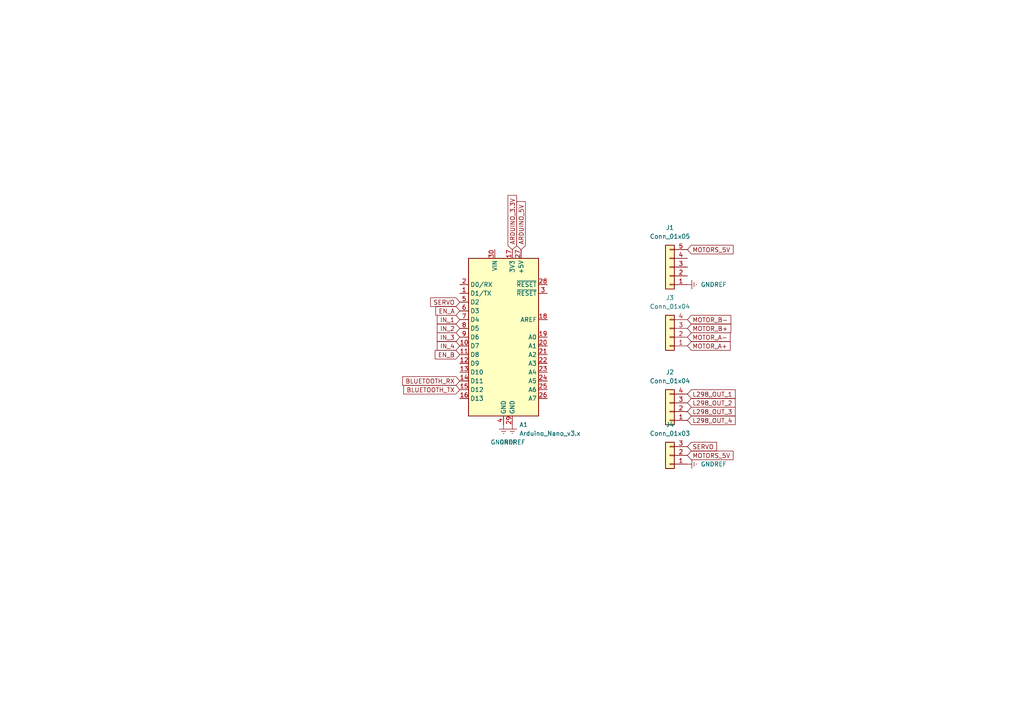
<source format=kicad_sch>
(kicad_sch (version 20211123) (generator eeschema)
  (paper "A4")
  (lib_symbols
    (symbol "Connector_Generic:Conn_01x03" (pin_names (offset 1.016) hide)
      (property "Reference" "J" (at 0 5.08 0))
      (property "Value" "Conn_01x03" (at 0 -5.08 0))
      (symbol "Conn_01x03_1_1"
        (rectangle (start -1.27 -2.413) (end 0 -2.667) (stroke (width 0.1524)))
        (rectangle (start -1.27 0.127) (end 0 -0.127) (stroke (width 0.1524)))
        (rectangle (start -1.27 2.667) (end 0 2.413) (stroke (width 0.1524)))
        (rectangle (start -1.27 3.81) (end 1.27 -3.81) (stroke (width 0.254)) (fill (type background)))
        (pin passive line (at -5.08 2.54 0) (length 3.81) (name "Pin_1") (number "1"))
        (pin passive line (at -5.08 0 0) (length 3.81) (name "Pin_2") (number "2"))
        (pin passive line (at -5.08 -2.54 0) (length 3.81) (name "Pin_3") (number "3"))
      )
    )
    (symbol "Connector_Generic:Conn_01x04" (pin_names (offset 1.016) hide)
      (property "Reference" "J" (at 0 5.08 0))
      (property "Value" "Conn_01x04" (at 0 -7.62 0))
      (symbol "Conn_01x04_1_1"
        (rectangle (start -1.27 -4.953) (end 0 -5.207) (stroke (width 0.1524)))
        (rectangle (start -1.27 -2.413) (end 0 -2.667) (stroke (width 0.1524)))
        (rectangle (start -1.27 0.127) (end 0 -0.127) (stroke (width 0.1524)))
        (rectangle (start -1.27 2.667) (end 0 2.413) (stroke (width 0.1524)))
        (rectangle (start -1.27 3.81) (end 1.27 -6.35) (stroke (width 0.254)) (fill (type background)))
        (pin passive line (at -5.08 2.54 0) (length 3.81) (name "Pin_1") (number "1"))
        (pin passive line (at -5.08 0 0) (length 3.81) (name "Pin_2") (number "2"))
        (pin passive line (at -5.08 -2.54 0) (length 3.81) (name "Pin_3") (number "3"))
        (pin passive line (at -5.08 -5.08 0) (length 3.81) (name "Pin_4") (number "4"))
      )
    )
    (symbol "Connector_Generic:Conn_01x05" (pin_names (offset 1.016) hide)
      (property "Reference" "J" (at 0 7.62 0))
      (property "Value" "Conn_01x05" (at 0 -7.62 0))
      (symbol "Conn_01x05_1_1"
        (rectangle (start -1.27 -4.953) (end 0 -5.207) (stroke (width 0.1524)))
        (rectangle (start -1.27 -2.413) (end 0 -2.667) (stroke (width 0.1524)))
        (rectangle (start -1.27 0.127) (end 0 -0.127) (stroke (width 0.1524)))
        (rectangle (start -1.27 2.667) (end 0 2.413) (stroke (width 0.1524)))
        (rectangle (start -1.27 5.207) (end 0 4.953) (stroke (width 0.1524)))
        (rectangle (start -1.27 6.35) (end 1.27 -6.35) (stroke (width 0.254)) (fill (type background)))
        (pin passive line (at -5.08 5.08 0) (length 3.81) (name "Pin_1") (number "1"))
        (pin passive line (at -5.08 2.54 0) (length 3.81) (name "Pin_2") (number "2"))
        (pin passive line (at -5.08 0 0) (length 3.81) (name "Pin_3") (number "3"))
        (pin passive line (at -5.08 -2.54 0) (length 3.81) (name "Pin_4") (number "4"))
        (pin passive line (at -5.08 -5.08 0) (length 3.81) (name "Pin_5") (number "5"))
      )
    )
    (symbol "MCU_Module:Arduino_Nano_v3.x"
      (property "Reference" "A" (at -10.16 23.495 0))
      (property "Value" "Arduino_Nano_v3.x" (at 5.08 -24.13 0))
      (symbol "Arduino_Nano_v3.x_0_1"
        (rectangle (start -10.16 22.86) (end 10.16 -22.86) (stroke (width 0.254)) (fill (type background)))
      )
      (symbol "Arduino_Nano_v3.x_1_1"
        (pin bidirectional line (at -12.7 12.7 0) (length 2.54) (name "D1/TX") (number "1"))
        (pin bidirectional line (at -12.7 -2.54 0) (length 2.54) (name "D7") (number "10"))
        (pin bidirectional line (at -12.7 -5.08 0) (length 2.54) (name "D8") (number "11"))
        (pin bidirectional line (at -12.7 -7.62 0) (length 2.54) (name "D9") (number "12"))
        (pin bidirectional line (at -12.7 -10.16 0) (length 2.54) (name "D10") (number "13"))
        (pin bidirectional line (at -12.7 -12.7 0) (length 2.54) (name "D11") (number "14"))
        (pin bidirectional line (at -12.7 -15.24 0) (length 2.54) (name "D12") (number "15"))
        (pin bidirectional line (at -12.7 -17.78 0) (length 2.54) (name "D13") (number "16"))
        (pin power_out line (at 2.54 25.4 270) (length 2.54) (name "3V3") (number "17"))
        (pin input line (at 12.7 5.08 180) (length 2.54) (name "AREF") (number "18"))
        (pin bidirectional line (at 12.7 0 180) (length 2.54) (name "A0") (number "19"))
        (pin bidirectional line (at -12.7 15.24 0) (length 2.54) (name "D0/RX") (number "2"))
        (pin bidirectional line (at 12.7 -2.54 180) (length 2.54) (name "A1") (number "20"))
        (pin bidirectional line (at 12.7 -5.08 180) (length 2.54) (name "A2") (number "21"))
        (pin bidirectional line (at 12.7 -7.62 180) (length 2.54) (name "A3") (number "22"))
        (pin bidirectional line (at 12.7 -10.16 180) (length 2.54) (name "A4") (number "23"))
        (pin bidirectional line (at 12.7 -12.7 180) (length 2.54) (name "A5") (number "24"))
        (pin bidirectional line (at 12.7 -15.24 180) (length 2.54) (name "A6") (number "25"))
        (pin bidirectional line (at 12.7 -17.78 180) (length 2.54) (name "A7") (number "26"))
        (pin power_out line (at 5.08 25.4 270) (length 2.54) (name "+5V") (number "27"))
        (pin input line (at 12.7 15.24 180) (length 2.54) (name "~{RESET}") (number "28"))
        (pin power_in line (at 2.54 -25.4 90) (length 2.54) (name "GND") (number "29"))
        (pin input line (at 12.7 12.7 180) (length 2.54) (name "~{RESET}") (number "3"))
        (pin power_in line (at -2.54 25.4 270) (length 2.54) (name "VIN") (number "30"))
        (pin power_in line (at 0 -25.4 90) (length 2.54) (name "GND") (number "4"))
        (pin bidirectional line (at -12.7 10.16 0) (length 2.54) (name "D2") (number "5"))
        (pin bidirectional line (at -12.7 7.62 0) (length 2.54) (name "D3") (number "6"))
        (pin bidirectional line (at -12.7 5.08 0) (length 2.54) (name "D4") (number "7"))
        (pin bidirectional line (at -12.7 2.54 0) (length 2.54) (name "D5") (number "8"))
        (pin bidirectional line (at -12.7 0 0) (length 2.54) (name "D6") (number "9"))
      )
    )
    (symbol "power:GNDREF" (power) (pin_names (offset 0))
      (property "Value" "GNDREF" (at 0 -3.81 0))
      (symbol "GNDREF_0_1"
        (polyline (pts (xy -0.635 -1.905) (xy 0.635 -1.905)))
        (polyline (pts (xy -0.127 -2.54) (xy 0.127 -2.54)))
        (polyline (pts (xy 0 -1.27) (xy 0 0)))
        (polyline (pts (xy 1.27 -1.27) (xy -1.27 -1.27)))
      )
      (symbol "GNDREF_1_1"
        (pin power_in line (at 0 0 270) (length 0) hide (name "GNDREF") (number "1"))
      )
    )
  )
  (global_label "L298_OUT_4" (shape input) (at 199.39 121.92 0) (property "Intersheet References" "${INTERSHEET_REFS}" (effects hide)))
  (global_label "L298_OUT_1" (shape input) (at 199.39 114.3 0) (property "Intersheet References" "${INTERSHEET_REFS}" (effects hide)))
  (global_label "IN_1" (shape input) (at 133.35 92.71 180) (property "Intersheet References" "${INTERSHEET_REFS}" (effects hide)))
  (global_label "MOTOR_B+" (shape input) (at 199.39 95.25 0) (property "Intersheet References" "${INTERSHEET_REFS}" (effects hide)))
  (global_label "EN_A" (shape input) (at 133.35 90.17 180) (property "Intersheet References" "${INTERSHEET_REFS}" (effects hide)))
  (global_label "L298_OUT_2" (shape input) (at 199.39 116.84 0) (property "Intersheet References" "${INTERSHEET_REFS}" (effects hide)))
  (global_label "L298_OUT_3" (shape input) (at 199.39 119.38 0) (property "Intersheet References" "${INTERSHEET_REFS}" (effects hide)))
  (global_label "MOTOR_A+" (shape input) (at 199.39 100.33 0) (property "Intersheet References" "${INTERSHEET_REFS}" (effects hide)))
  (global_label "IN_3" (shape input) (at 133.35 97.79 180) (property "Intersheet References" "${INTERSHEET_REFS}" (effects hide)))
  (global_label "SERVO" (shape input) (at 199.39 129.54 0) (property "Intersheet References" "${INTERSHEET_REFS}" (effects hide)))
  (global_label "MOTORS_5V" (shape input) (at 199.39 72.39 0) (property "Intersheet References" "${INTERSHEET_REFS}" (effects hide)))
  (global_label "ARDUINO_5V" (shape input) (at 151.13 72.39 90) (property "Intersheet References" "${INTERSHEET_REFS}" (effects hide)))
  (global_label "ARDUINO_3.3V" (shape input) (at 148.59 72.39 90) (property "Intersheet References" "${INTERSHEET_REFS}" (effects hide)))
  (global_label "BLUETOOTH_TX" (shape input) (at 133.35 113.03 180) (property "Intersheet References" "${INTERSHEET_REFS}" (effects hide)))
  (global_label "BLUETOOTH_RX" (shape input) (at 133.35 110.49 180) (property "Intersheet References" "${INTERSHEET_REFS}" (effects hide)))
  (global_label "MOTOR_B-" (shape input) (at 199.39 92.71 0) (property "Intersheet References" "${INTERSHEET_REFS}" (effects hide)))
  (global_label "MOTOR_A-" (shape input) (at 199.39 97.79 0) (property "Intersheet References" "${INTERSHEET_REFS}" (effects hide)))
  (global_label "IN_4" (shape input) (at 133.35 100.33 180) (property "Intersheet References" "${INTERSHEET_REFS}" (effects hide)))
  (global_label "SERVO" (shape input) (at 133.35 87.63 180) (property "Intersheet References" "${INTERSHEET_REFS}" (effects hide)))
  (global_label "EN_B" (shape input) (at 133.35 102.87 180) (property "Intersheet References" "${INTERSHEET_REFS}" (effects hide)))
  (global_label "MOTORS_5V" (shape input) (at 199.39 132.08 0) (property "Intersheet References" "${INTERSHEET_REFS}" (effects hide)))
  (global_label "IN_2" (shape input) (at 133.35 95.25 180) (property "Intersheet References" "${INTERSHEET_REFS}" (effects hide)))
  (symbol (lib_id "power:GNDREF") (at 199.39 134.62 90) (unit 1)
    (property "Reference" "#PWR0104" (effects hide))
    (property "Value" "GNDREF" (at 203.2 134.6199 90) (effects (justify right)))
  )
  (symbol (lib_id "power:GNDREF") (at 148.59 123.19 0) (unit 1)
    (property "Reference" "#PWR0101" (effects hide))
    (property "Value" "GNDREF" (at 148.59 128.27 0))
  )
  (symbol (lib_id "Connector_Generic:Conn_01x04") (at 194.31 119.38 180) (unit 1)
    (property "Reference" "J2" (at 194.31 107.95 0))
    (property "Value" "Conn_01x04" (at 194.31 110.49 0))
    (property "Footprint" "Connector_PinHeader_2.54mm:PinHeader_1x04_P2.54mm_Vertical" (effects hide))
  )
  (symbol (lib_id "power:GNDREF") (at 146.05 123.19 0) (unit 1)
    (property "Reference" "#PWR0102" (effects hide))
    (property "Value" "GNDREF" (at 146.05 128.27 0))
  )
  (symbol (lib_id "Connector_Generic:Conn_01x04") (at 194.31 97.79 180) (unit 1)
    (property "Reference" "J3" (at 194.31 86.36 0))
    (property "Value" "Conn_01x04" (at 194.31 88.9 0))
    (property "Footprint" "Connector_PinHeader_2.54mm:PinHeader_1x04_P2.54mm_Vertical" (effects hide))
  )
  (symbol (lib_id "power:GNDREF") (at 199.39 82.55 90) (unit 1)
    (property "Reference" "#PWR0103" (effects hide))
    (property "Value" "GNDREF" (at 203.2 82.5499 90) (effects (justify right)))
  )
  (symbol (lib_id "MCU_Module:Arduino_Nano_v3.x") (at 146.05 97.79 0) (unit 1)
    (property "Reference" "A1" (at 150.6094 123.19 0) (effects (justify left)))
    (property "Value" "Arduino_Nano_v3.x" (at 150.6094 125.73 0) (effects (justify left)))
    (property "Footprint" "Module:Arduino_Nano" (effects hide))
    (property "Datasheet" "http://www.mouser.com/pdfdocs/Gravitech_Arduino_Nano3_0.pdf" (effects hide))
  )
  (symbol (lib_id "Connector_Generic:Conn_01x03") (at 194.31 132.08 180) (unit 1)
    (property "Reference" "J4" (at 194.31 123.19 0))
    (property "Value" "Conn_01x03" (at 194.31 125.73 0))
    (property "Footprint" "Connector_PinHeader_2.54mm:PinHeader_1x03_P2.54mm_Vertical" (effects hide))
  )
  (symbol (lib_id "Connector_Generic:Conn_01x05") (at 194.31 77.47 180) (unit 1)
    (property "Reference" "J1" (at 194.31 66.04 0))
    (property "Value" "Conn_01x05" (at 194.31 68.58 0))
    (property "Footprint" "Connector_PinHeader_2.54mm:PinHeader_1x05_P2.54mm_Vertical" (effects hide))
  )
)
</source>
